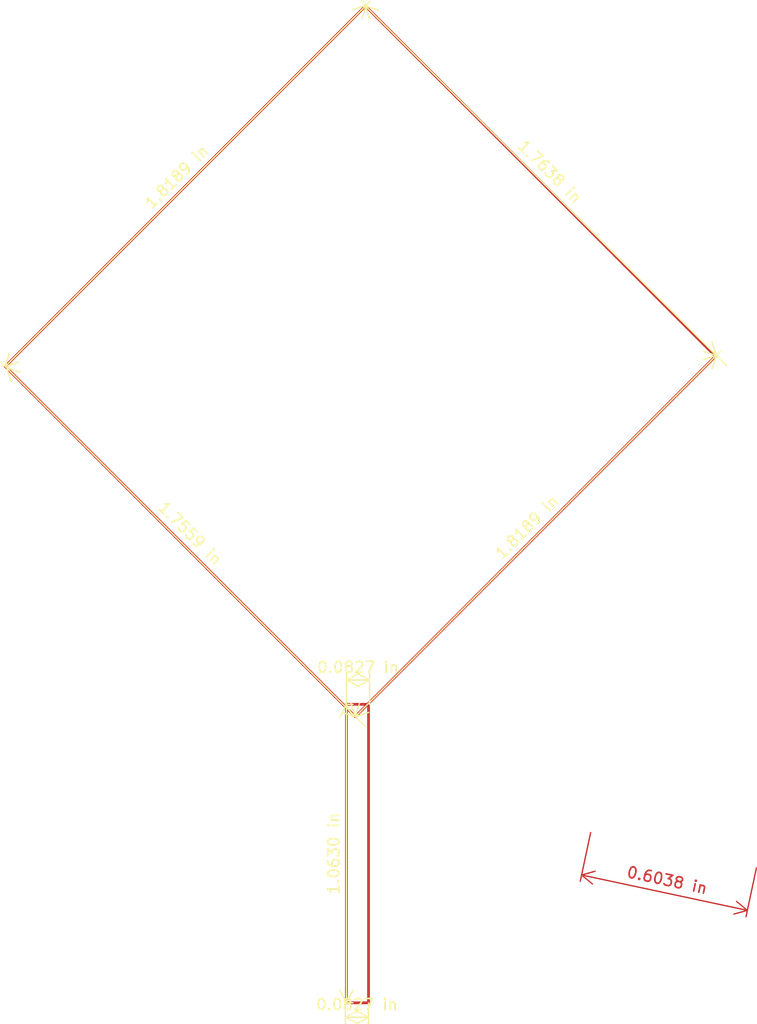
<source format=kicad_pcb>
(kicad_pcb (version 20171130) (host pcbnew "(5.1.2)-1")

  (general
    (thickness 1.6)
    (drawings 8)
    (tracks 8)
    (zones 0)
    (modules 0)
    (nets 1)
  )

  (page A4)
  (layers
    (0 F.Cu signal)
    (31 B.Cu signal)
    (32 B.Adhes user)
    (33 F.Adhes user)
    (34 B.Paste user)
    (35 F.Paste user)
    (36 B.SilkS user)
    (37 F.SilkS user)
    (38 B.Mask user)
    (39 F.Mask user)
    (40 Dwgs.User user)
    (41 Cmts.User user)
    (42 Eco1.User user)
    (43 Eco2.User user)
    (44 Edge.Cuts user)
    (45 Margin user)
    (46 B.CrtYd user)
    (47 F.CrtYd user)
    (48 B.Fab user)
    (49 F.Fab user)
  )

  (setup
    (last_trace_width 0.25)
    (trace_clearance 0.2)
    (zone_clearance 0.508)
    (zone_45_only no)
    (trace_min 0.2)
    (via_size 0.8)
    (via_drill 0.4)
    (via_min_size 0.4)
    (via_min_drill 0.3)
    (uvia_size 0.3)
    (uvia_drill 0.1)
    (uvias_allowed no)
    (uvia_min_size 0.2)
    (uvia_min_drill 0.1)
    (edge_width 0.05)
    (segment_width 0.2)
    (pcb_text_width 0.3)
    (pcb_text_size 1.5 1.5)
    (mod_edge_width 0.12)
    (mod_text_size 1 1)
    (mod_text_width 0.15)
    (pad_size 1.524 1.524)
    (pad_drill 0.762)
    (pad_to_mask_clearance 0.051)
    (solder_mask_min_width 0.25)
    (aux_axis_origin 0 0)
    (visible_elements 7FFFFFFF)
    (pcbplotparams
      (layerselection 0x010fc_ffffffff)
      (usegerberextensions false)
      (usegerberattributes false)
      (usegerberadvancedattributes false)
      (creategerberjobfile false)
      (excludeedgelayer true)
      (linewidth 0.100000)
      (plotframeref false)
      (viasonmask false)
      (mode 1)
      (useauxorigin false)
      (hpglpennumber 1)
      (hpglpenspeed 20)
      (hpglpendiameter 15.000000)
      (psnegative false)
      (psa4output false)
      (plotreference true)
      (plotvalue true)
      (plotinvisibletext false)
      (padsonsilk false)
      (subtractmaskfromsilk false)
      (outputformat 1)
      (mirror false)
      (drillshape 1)
      (scaleselection 1)
      (outputdirectory ""))
  )

  (net 0 "")

  (net_class Default "This is the default net class."
    (clearance 0.2)
    (trace_width 0.25)
    (via_dia 0.8)
    (via_drill 0.4)
    (uvia_dia 0.3)
    (uvia_drill 0.1)
  )

  (dimension 15.337536 (width 0.12) (layer F.Cu)
    (gr_text "15.338 mm" (at 168.316393 130.779408 348) (layer F.Cu)
      (effects (font (size 1 1) (thickness 0.15)))
    )
    (feature1 (pts (xy 176.9 127.3) (xy 175.959014 131.710873)))
    (feature2 (pts (xy 161.9 124.1) (xy 160.959014 128.510873)))
    (crossbar (pts (xy 161.081364 127.937357) (xy 176.081364 131.137357)))
    (arrow1a (pts (xy 176.081364 131.137357) (xy 174.857301 131.47584)))
    (arrow1b (pts (xy 176.081364 131.137357) (xy 175.102001 130.32881)))
    (arrow2a (pts (xy 161.081364 127.937357) (xy 162.060727 128.745904)))
    (arrow2b (pts (xy 161.081364 127.937357) (xy 162.305427 127.598874)))
  )
  (dimension 2.1 (width 0.12) (layer F.SilkS)
    (gr_text "2.100 mm" (at 140.85 109.03) (layer F.SilkS)
      (effects (font (size 1 1) (thickness 0.15)))
    )
    (feature1 (pts (xy 141.9 112.5) (xy 141.9 109.713579)))
    (feature2 (pts (xy 139.8 112.5) (xy 139.8 109.713579)))
    (crossbar (pts (xy 139.8 110.3) (xy 141.9 110.3)))
    (arrow1a (pts (xy 141.9 110.3) (xy 140.773496 110.886421)))
    (arrow1b (pts (xy 141.9 110.3) (xy 140.773496 109.713579)))
    (arrow2a (pts (xy 139.8 110.3) (xy 140.926504 110.886421)))
    (arrow2b (pts (xy 139.8 110.3) (xy 140.926504 109.713579)))
  )
  (dimension 2.1 (width 0.12) (layer F.SilkS)
    (gr_text "2.100 mm" (at 140.75 142.07) (layer F.SilkS)
      (effects (font (size 1 1) (thickness 0.15)))
    )
    (feature1 (pts (xy 141.8 139.5) (xy 141.8 141.386421)))
    (feature2 (pts (xy 139.7 139.5) (xy 139.7 141.386421)))
    (crossbar (pts (xy 139.7 140.8) (xy 141.8 140.8)))
    (arrow1a (pts (xy 141.8 140.8) (xy 140.673496 141.386421)))
    (arrow1b (pts (xy 141.8 140.8) (xy 140.673496 140.213579)))
    (arrow2a (pts (xy 139.7 140.8) (xy 140.826504 141.386421)))
    (arrow2b (pts (xy 139.7 140.8) (xy 140.826504 140.213579)))
  )
  (dimension 27 (width 0.12) (layer F.SilkS)
    (gr_text "27.000 mm" (at 141.07 126 90) (layer F.SilkS)
      (effects (font (size 1 1) (thickness 0.15)))
    )
    (feature1 (pts (xy 139.7 112.5) (xy 140.386421 112.5)))
    (feature2 (pts (xy 139.7 139.5) (xy 140.386421 139.5)))
    (crossbar (pts (xy 139.8 139.5) (xy 139.8 112.5)))
    (arrow1a (pts (xy 139.8 112.5) (xy 140.386421 113.626504)))
    (arrow1b (pts (xy 139.8 112.5) (xy 139.213579 113.626504)))
    (arrow2a (pts (xy 139.8 139.5) (xy 140.386421 138.373496)))
    (arrow2b (pts (xy 139.8 139.5) (xy 139.213579 138.373496)))
  )
  (dimension 46.2 (width 0.12) (layer F.SilkS)
    (gr_text "46.200 mm" (at 124.36043 64.705413 45) (layer F.SilkS)
      (effects (font (size 1 1) (thickness 0.15)))
    )
    (feature1 (pts (xy 141.734037 49.410695) (xy 141.177958 48.854615)))
    (feature2 (pts (xy 109.065708 82.079028) (xy 108.509625 81.522947)))
    (crossbar (pts (xy 108.924285 81.937609) (xy 141.59262 49.269279)))
    (arrow1a (pts (xy 141.59262 49.269279) (xy 141.21072 50.480498)))
    (arrow1b (pts (xy 141.59262 49.269279) (xy 140.381404 49.651172)))
    (arrow2a (pts (xy 108.924285 81.937609) (xy 110.135509 81.555711)))
    (arrow2b (pts (xy 108.924285 81.937609) (xy 109.306177 80.726385)))
  )
  (dimension 44.6 (width 0.12) (layer F.SilkS)
    (gr_text "44.600 mm" (at 125.73221 96.949486 -45) (layer F.SilkS) (tstamp 5E235790)
      (effects (font (size 1 1) (thickness 0.15)))
    )
    (feature1 (pts (xy 109.065708 82.079028) (xy 109.480368 81.664371)))
    (feature2 (pts (xy 140.602671 113.615989) (xy 141.017332 113.201329)))
    (crossbar (pts (xy 140.602671 113.615989) (xy 109.065708 82.079028)))
    (arrow1a (pts (xy 109.065708 82.079028) (xy 110.276929 82.460925)))
    (arrow1b (pts (xy 109.065708 82.079028) (xy 109.447602 83.290252)))
    (arrow2a (pts (xy 140.602671 113.615989) (xy 140.220774 112.40477)))
    (arrow2b (pts (xy 140.602671 113.615989) (xy 139.391456 113.234098)))
  )
  (dimension 46.2 (width 0.12) (layer F.SilkS)
    (gr_text "46.200 mm" (at 156.03881 96.383801 45) (layer F.SilkS) (tstamp 5E235796)
      (effects (font (size 1 1) (thickness 0.15)))
    )
    (feature1 (pts (xy 141.521905 114.535228) (xy 140.188008 113.201329)))
    (feature2 (pts (xy 174.190241 81.866896) (xy 172.856341 80.532995)))
    (crossbar (pts (xy 173.271007 80.947654) (xy 140.602671 113.615989)))
    (arrow1a (pts (xy 140.602671 113.615989) (xy 140.984565 112.40477)))
    (arrow1b (pts (xy 140.602671 113.615989) (xy 141.813889 113.234094)))
    (arrow2a (pts (xy 173.271007 80.947654) (xy 172.059783 81.329554)))
    (arrow2b (pts (xy 173.271007 80.947654) (xy 172.889103 82.158875)))
  )
  (dimension 44.800112 (width 0.12) (layer F.SilkS)
    (gr_text "44.800 mm" (at 158.292627 64.243635 -44.87210785) (layer F.SilkS)
      (effects (font (size 1 1) (thickness 0.15)))
    )
    (feature1 (pts (xy 173.271007 80.947654) (xy 173.684897 80.531913)))
    (feature2 (pts (xy 141.521912 49.339992) (xy 141.935804 48.924237)))
    (crossbar (pts (xy 141.522065 49.339828) (xy 173.271161 80.947506)))
    (arrow1a (pts (xy 173.271161 80.947506) (xy 172.059087 80.568309)))
    (arrow1b (pts (xy 173.271161 80.947506) (xy 172.886559 79.737137)))
    (arrow2a (pts (xy 141.522065 49.339828) (xy 141.906665 50.550191)))
    (arrow2b (pts (xy 141.522065 49.339828) (xy 142.73414 49.719021)))
  )

  (segment (start 141.521912 49.339992) (end 173.200293 81.018364) (width 0.25) (layer F.Cu) (net 0))
  (segment (start 173.200293 81.018364) (end 140.602671 113.615989) (width 0.25) (layer F.Cu) (net 0))
  (segment (start 140.602671 113.615989) (end 108.924285 81.937609) (width 0.25) (layer F.Cu) (net 0))
  (segment (start 108.924285 81.937609) (end 141.521912 49.339992) (width 0.25) (layer F.Cu) (net 0))
  (segment (start 139.8 139.5) (end 141.8 139.5) (width 0.25) (layer F.Cu) (net 0))
  (segment (start 141.8 139.5) (end 141.8 112.5) (width 0.25) (layer F.Cu) (net 0))
  (segment (start 141.8 112.5) (end 139.8 112.5) (width 0.25) (layer F.Cu) (net 0))
  (segment (start 139.8 112.5) (end 139.8 139.5) (width 0.25) (layer F.Cu) (net 0))

)

</source>
